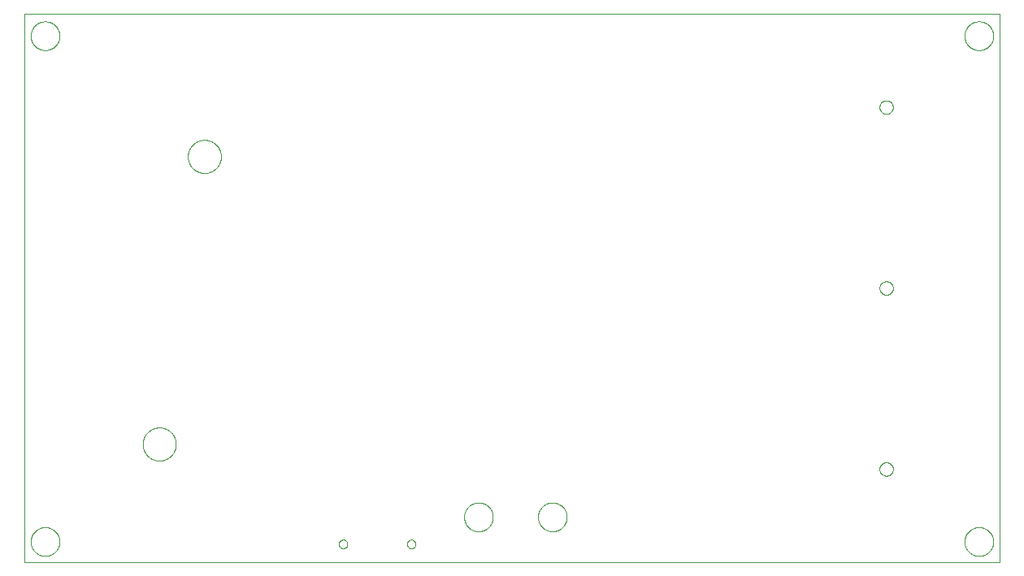
<source format=gko>
G75*
%MOIN*%
%OFA0B0*%
%FSLAX25Y25*%
%IPPOS*%
%LPD*%
%AMOC8*
5,1,8,0,0,1.08239X$1,22.5*
%
%ADD10C,0.00000*%
D10*
X0001500Y0010897D02*
X0401500Y0010897D01*
X0401500Y0235897D01*
X0001500Y0235897D01*
X0001500Y0010897D01*
X0004094Y0019397D02*
X0004096Y0019550D01*
X0004102Y0019704D01*
X0004112Y0019857D01*
X0004126Y0020009D01*
X0004144Y0020162D01*
X0004166Y0020313D01*
X0004191Y0020464D01*
X0004221Y0020615D01*
X0004255Y0020765D01*
X0004292Y0020913D01*
X0004333Y0021061D01*
X0004378Y0021207D01*
X0004427Y0021353D01*
X0004480Y0021497D01*
X0004536Y0021639D01*
X0004596Y0021780D01*
X0004660Y0021920D01*
X0004727Y0022058D01*
X0004798Y0022194D01*
X0004873Y0022328D01*
X0004950Y0022460D01*
X0005032Y0022590D01*
X0005116Y0022718D01*
X0005204Y0022844D01*
X0005295Y0022967D01*
X0005389Y0023088D01*
X0005487Y0023206D01*
X0005587Y0023322D01*
X0005691Y0023435D01*
X0005797Y0023546D01*
X0005906Y0023654D01*
X0006018Y0023759D01*
X0006132Y0023860D01*
X0006250Y0023959D01*
X0006369Y0024055D01*
X0006491Y0024148D01*
X0006616Y0024237D01*
X0006743Y0024324D01*
X0006872Y0024406D01*
X0007003Y0024486D01*
X0007136Y0024562D01*
X0007271Y0024635D01*
X0007408Y0024704D01*
X0007547Y0024769D01*
X0007687Y0024831D01*
X0007829Y0024889D01*
X0007972Y0024944D01*
X0008117Y0024995D01*
X0008263Y0025042D01*
X0008410Y0025085D01*
X0008558Y0025124D01*
X0008707Y0025160D01*
X0008857Y0025191D01*
X0009008Y0025219D01*
X0009159Y0025243D01*
X0009312Y0025263D01*
X0009464Y0025279D01*
X0009617Y0025291D01*
X0009770Y0025299D01*
X0009923Y0025303D01*
X0010077Y0025303D01*
X0010230Y0025299D01*
X0010383Y0025291D01*
X0010536Y0025279D01*
X0010688Y0025263D01*
X0010841Y0025243D01*
X0010992Y0025219D01*
X0011143Y0025191D01*
X0011293Y0025160D01*
X0011442Y0025124D01*
X0011590Y0025085D01*
X0011737Y0025042D01*
X0011883Y0024995D01*
X0012028Y0024944D01*
X0012171Y0024889D01*
X0012313Y0024831D01*
X0012453Y0024769D01*
X0012592Y0024704D01*
X0012729Y0024635D01*
X0012864Y0024562D01*
X0012997Y0024486D01*
X0013128Y0024406D01*
X0013257Y0024324D01*
X0013384Y0024237D01*
X0013509Y0024148D01*
X0013631Y0024055D01*
X0013750Y0023959D01*
X0013868Y0023860D01*
X0013982Y0023759D01*
X0014094Y0023654D01*
X0014203Y0023546D01*
X0014309Y0023435D01*
X0014413Y0023322D01*
X0014513Y0023206D01*
X0014611Y0023088D01*
X0014705Y0022967D01*
X0014796Y0022844D01*
X0014884Y0022718D01*
X0014968Y0022590D01*
X0015050Y0022460D01*
X0015127Y0022328D01*
X0015202Y0022194D01*
X0015273Y0022058D01*
X0015340Y0021920D01*
X0015404Y0021780D01*
X0015464Y0021639D01*
X0015520Y0021497D01*
X0015573Y0021353D01*
X0015622Y0021207D01*
X0015667Y0021061D01*
X0015708Y0020913D01*
X0015745Y0020765D01*
X0015779Y0020615D01*
X0015809Y0020464D01*
X0015834Y0020313D01*
X0015856Y0020162D01*
X0015874Y0020009D01*
X0015888Y0019857D01*
X0015898Y0019704D01*
X0015904Y0019550D01*
X0015906Y0019397D01*
X0015904Y0019244D01*
X0015898Y0019090D01*
X0015888Y0018937D01*
X0015874Y0018785D01*
X0015856Y0018632D01*
X0015834Y0018481D01*
X0015809Y0018330D01*
X0015779Y0018179D01*
X0015745Y0018029D01*
X0015708Y0017881D01*
X0015667Y0017733D01*
X0015622Y0017587D01*
X0015573Y0017441D01*
X0015520Y0017297D01*
X0015464Y0017155D01*
X0015404Y0017014D01*
X0015340Y0016874D01*
X0015273Y0016736D01*
X0015202Y0016600D01*
X0015127Y0016466D01*
X0015050Y0016334D01*
X0014968Y0016204D01*
X0014884Y0016076D01*
X0014796Y0015950D01*
X0014705Y0015827D01*
X0014611Y0015706D01*
X0014513Y0015588D01*
X0014413Y0015472D01*
X0014309Y0015359D01*
X0014203Y0015248D01*
X0014094Y0015140D01*
X0013982Y0015035D01*
X0013868Y0014934D01*
X0013750Y0014835D01*
X0013631Y0014739D01*
X0013509Y0014646D01*
X0013384Y0014557D01*
X0013257Y0014470D01*
X0013128Y0014388D01*
X0012997Y0014308D01*
X0012864Y0014232D01*
X0012729Y0014159D01*
X0012592Y0014090D01*
X0012453Y0014025D01*
X0012313Y0013963D01*
X0012171Y0013905D01*
X0012028Y0013850D01*
X0011883Y0013799D01*
X0011737Y0013752D01*
X0011590Y0013709D01*
X0011442Y0013670D01*
X0011293Y0013634D01*
X0011143Y0013603D01*
X0010992Y0013575D01*
X0010841Y0013551D01*
X0010688Y0013531D01*
X0010536Y0013515D01*
X0010383Y0013503D01*
X0010230Y0013495D01*
X0010077Y0013491D01*
X0009923Y0013491D01*
X0009770Y0013495D01*
X0009617Y0013503D01*
X0009464Y0013515D01*
X0009312Y0013531D01*
X0009159Y0013551D01*
X0009008Y0013575D01*
X0008857Y0013603D01*
X0008707Y0013634D01*
X0008558Y0013670D01*
X0008410Y0013709D01*
X0008263Y0013752D01*
X0008117Y0013799D01*
X0007972Y0013850D01*
X0007829Y0013905D01*
X0007687Y0013963D01*
X0007547Y0014025D01*
X0007408Y0014090D01*
X0007271Y0014159D01*
X0007136Y0014232D01*
X0007003Y0014308D01*
X0006872Y0014388D01*
X0006743Y0014470D01*
X0006616Y0014557D01*
X0006491Y0014646D01*
X0006369Y0014739D01*
X0006250Y0014835D01*
X0006132Y0014934D01*
X0006018Y0015035D01*
X0005906Y0015140D01*
X0005797Y0015248D01*
X0005691Y0015359D01*
X0005587Y0015472D01*
X0005487Y0015588D01*
X0005389Y0015706D01*
X0005295Y0015827D01*
X0005204Y0015950D01*
X0005116Y0016076D01*
X0005032Y0016204D01*
X0004950Y0016334D01*
X0004873Y0016466D01*
X0004798Y0016600D01*
X0004727Y0016736D01*
X0004660Y0016874D01*
X0004596Y0017014D01*
X0004536Y0017155D01*
X0004480Y0017297D01*
X0004427Y0017441D01*
X0004378Y0017587D01*
X0004333Y0017733D01*
X0004292Y0017881D01*
X0004255Y0018029D01*
X0004221Y0018179D01*
X0004191Y0018330D01*
X0004166Y0018481D01*
X0004144Y0018632D01*
X0004126Y0018785D01*
X0004112Y0018937D01*
X0004102Y0019090D01*
X0004096Y0019244D01*
X0004094Y0019397D01*
X0050050Y0059397D02*
X0050052Y0059564D01*
X0050058Y0059731D01*
X0050068Y0059897D01*
X0050083Y0060064D01*
X0050101Y0060229D01*
X0050124Y0060395D01*
X0050150Y0060560D01*
X0050181Y0060724D01*
X0050215Y0060887D01*
X0050254Y0061049D01*
X0050296Y0061211D01*
X0050343Y0061371D01*
X0050393Y0061530D01*
X0050448Y0061688D01*
X0050506Y0061844D01*
X0050568Y0061999D01*
X0050633Y0062153D01*
X0050703Y0062304D01*
X0050776Y0062454D01*
X0050853Y0062602D01*
X0050933Y0062749D01*
X0051017Y0062893D01*
X0051105Y0063035D01*
X0051196Y0063175D01*
X0051290Y0063312D01*
X0051388Y0063448D01*
X0051489Y0063581D01*
X0051594Y0063711D01*
X0051701Y0063839D01*
X0051812Y0063964D01*
X0051925Y0064086D01*
X0052042Y0064205D01*
X0052161Y0064322D01*
X0052283Y0064435D01*
X0052408Y0064546D01*
X0052536Y0064653D01*
X0052666Y0064758D01*
X0052799Y0064859D01*
X0052935Y0064957D01*
X0053072Y0065051D01*
X0053212Y0065142D01*
X0053354Y0065230D01*
X0053498Y0065314D01*
X0053645Y0065394D01*
X0053793Y0065471D01*
X0053943Y0065544D01*
X0054094Y0065614D01*
X0054248Y0065679D01*
X0054403Y0065741D01*
X0054559Y0065799D01*
X0054717Y0065854D01*
X0054876Y0065904D01*
X0055036Y0065951D01*
X0055198Y0065993D01*
X0055360Y0066032D01*
X0055523Y0066066D01*
X0055687Y0066097D01*
X0055852Y0066123D01*
X0056018Y0066146D01*
X0056183Y0066164D01*
X0056350Y0066179D01*
X0056516Y0066189D01*
X0056683Y0066195D01*
X0056850Y0066197D01*
X0057017Y0066195D01*
X0057184Y0066189D01*
X0057350Y0066179D01*
X0057517Y0066164D01*
X0057682Y0066146D01*
X0057848Y0066123D01*
X0058013Y0066097D01*
X0058177Y0066066D01*
X0058340Y0066032D01*
X0058502Y0065993D01*
X0058664Y0065951D01*
X0058824Y0065904D01*
X0058983Y0065854D01*
X0059141Y0065799D01*
X0059297Y0065741D01*
X0059452Y0065679D01*
X0059606Y0065614D01*
X0059757Y0065544D01*
X0059907Y0065471D01*
X0060055Y0065394D01*
X0060202Y0065314D01*
X0060346Y0065230D01*
X0060488Y0065142D01*
X0060628Y0065051D01*
X0060765Y0064957D01*
X0060901Y0064859D01*
X0061034Y0064758D01*
X0061164Y0064653D01*
X0061292Y0064546D01*
X0061417Y0064435D01*
X0061539Y0064322D01*
X0061658Y0064205D01*
X0061775Y0064086D01*
X0061888Y0063964D01*
X0061999Y0063839D01*
X0062106Y0063711D01*
X0062211Y0063581D01*
X0062312Y0063448D01*
X0062410Y0063312D01*
X0062504Y0063175D01*
X0062595Y0063035D01*
X0062683Y0062893D01*
X0062767Y0062749D01*
X0062847Y0062602D01*
X0062924Y0062454D01*
X0062997Y0062304D01*
X0063067Y0062153D01*
X0063132Y0061999D01*
X0063194Y0061844D01*
X0063252Y0061688D01*
X0063307Y0061530D01*
X0063357Y0061371D01*
X0063404Y0061211D01*
X0063446Y0061049D01*
X0063485Y0060887D01*
X0063519Y0060724D01*
X0063550Y0060560D01*
X0063576Y0060395D01*
X0063599Y0060229D01*
X0063617Y0060064D01*
X0063632Y0059897D01*
X0063642Y0059731D01*
X0063648Y0059564D01*
X0063650Y0059397D01*
X0063648Y0059230D01*
X0063642Y0059063D01*
X0063632Y0058897D01*
X0063617Y0058730D01*
X0063599Y0058565D01*
X0063576Y0058399D01*
X0063550Y0058234D01*
X0063519Y0058070D01*
X0063485Y0057907D01*
X0063446Y0057745D01*
X0063404Y0057583D01*
X0063357Y0057423D01*
X0063307Y0057264D01*
X0063252Y0057106D01*
X0063194Y0056950D01*
X0063132Y0056795D01*
X0063067Y0056641D01*
X0062997Y0056490D01*
X0062924Y0056340D01*
X0062847Y0056192D01*
X0062767Y0056045D01*
X0062683Y0055901D01*
X0062595Y0055759D01*
X0062504Y0055619D01*
X0062410Y0055482D01*
X0062312Y0055346D01*
X0062211Y0055213D01*
X0062106Y0055083D01*
X0061999Y0054955D01*
X0061888Y0054830D01*
X0061775Y0054708D01*
X0061658Y0054589D01*
X0061539Y0054472D01*
X0061417Y0054359D01*
X0061292Y0054248D01*
X0061164Y0054141D01*
X0061034Y0054036D01*
X0060901Y0053935D01*
X0060765Y0053837D01*
X0060628Y0053743D01*
X0060488Y0053652D01*
X0060346Y0053564D01*
X0060202Y0053480D01*
X0060055Y0053400D01*
X0059907Y0053323D01*
X0059757Y0053250D01*
X0059606Y0053180D01*
X0059452Y0053115D01*
X0059297Y0053053D01*
X0059141Y0052995D01*
X0058983Y0052940D01*
X0058824Y0052890D01*
X0058664Y0052843D01*
X0058502Y0052801D01*
X0058340Y0052762D01*
X0058177Y0052728D01*
X0058013Y0052697D01*
X0057848Y0052671D01*
X0057682Y0052648D01*
X0057517Y0052630D01*
X0057350Y0052615D01*
X0057184Y0052605D01*
X0057017Y0052599D01*
X0056850Y0052597D01*
X0056683Y0052599D01*
X0056516Y0052605D01*
X0056350Y0052615D01*
X0056183Y0052630D01*
X0056018Y0052648D01*
X0055852Y0052671D01*
X0055687Y0052697D01*
X0055523Y0052728D01*
X0055360Y0052762D01*
X0055198Y0052801D01*
X0055036Y0052843D01*
X0054876Y0052890D01*
X0054717Y0052940D01*
X0054559Y0052995D01*
X0054403Y0053053D01*
X0054248Y0053115D01*
X0054094Y0053180D01*
X0053943Y0053250D01*
X0053793Y0053323D01*
X0053645Y0053400D01*
X0053498Y0053480D01*
X0053354Y0053564D01*
X0053212Y0053652D01*
X0053072Y0053743D01*
X0052935Y0053837D01*
X0052799Y0053935D01*
X0052666Y0054036D01*
X0052536Y0054141D01*
X0052408Y0054248D01*
X0052283Y0054359D01*
X0052161Y0054472D01*
X0052042Y0054589D01*
X0051925Y0054708D01*
X0051812Y0054830D01*
X0051701Y0054955D01*
X0051594Y0055083D01*
X0051489Y0055213D01*
X0051388Y0055346D01*
X0051290Y0055482D01*
X0051196Y0055619D01*
X0051105Y0055759D01*
X0051017Y0055901D01*
X0050933Y0056045D01*
X0050853Y0056192D01*
X0050776Y0056340D01*
X0050703Y0056490D01*
X0050633Y0056641D01*
X0050568Y0056795D01*
X0050506Y0056950D01*
X0050448Y0057106D01*
X0050393Y0057264D01*
X0050343Y0057423D01*
X0050296Y0057583D01*
X0050254Y0057745D01*
X0050215Y0057907D01*
X0050181Y0058070D01*
X0050150Y0058234D01*
X0050124Y0058399D01*
X0050101Y0058565D01*
X0050083Y0058730D01*
X0050068Y0058897D01*
X0050058Y0059063D01*
X0050052Y0059230D01*
X0050050Y0059397D01*
X0130452Y0018397D02*
X0130454Y0018481D01*
X0130460Y0018564D01*
X0130470Y0018647D01*
X0130484Y0018730D01*
X0130501Y0018812D01*
X0130523Y0018893D01*
X0130548Y0018972D01*
X0130577Y0019051D01*
X0130610Y0019128D01*
X0130646Y0019203D01*
X0130686Y0019277D01*
X0130729Y0019349D01*
X0130776Y0019418D01*
X0130826Y0019485D01*
X0130879Y0019550D01*
X0130935Y0019612D01*
X0130993Y0019672D01*
X0131055Y0019729D01*
X0131119Y0019782D01*
X0131186Y0019833D01*
X0131255Y0019880D01*
X0131326Y0019925D01*
X0131399Y0019965D01*
X0131474Y0020002D01*
X0131551Y0020036D01*
X0131629Y0020066D01*
X0131708Y0020092D01*
X0131789Y0020115D01*
X0131871Y0020133D01*
X0131953Y0020148D01*
X0132036Y0020159D01*
X0132119Y0020166D01*
X0132203Y0020169D01*
X0132287Y0020168D01*
X0132370Y0020163D01*
X0132454Y0020154D01*
X0132536Y0020141D01*
X0132618Y0020125D01*
X0132699Y0020104D01*
X0132780Y0020080D01*
X0132858Y0020052D01*
X0132936Y0020020D01*
X0133012Y0019984D01*
X0133086Y0019945D01*
X0133158Y0019903D01*
X0133228Y0019857D01*
X0133296Y0019808D01*
X0133361Y0019756D01*
X0133424Y0019701D01*
X0133484Y0019643D01*
X0133542Y0019582D01*
X0133596Y0019518D01*
X0133648Y0019452D01*
X0133696Y0019384D01*
X0133741Y0019313D01*
X0133782Y0019240D01*
X0133821Y0019166D01*
X0133855Y0019090D01*
X0133886Y0019012D01*
X0133913Y0018933D01*
X0133937Y0018852D01*
X0133956Y0018771D01*
X0133972Y0018689D01*
X0133984Y0018606D01*
X0133992Y0018522D01*
X0133996Y0018439D01*
X0133996Y0018355D01*
X0133992Y0018272D01*
X0133984Y0018188D01*
X0133972Y0018105D01*
X0133956Y0018023D01*
X0133937Y0017942D01*
X0133913Y0017861D01*
X0133886Y0017782D01*
X0133855Y0017704D01*
X0133821Y0017628D01*
X0133782Y0017554D01*
X0133741Y0017481D01*
X0133696Y0017410D01*
X0133648Y0017342D01*
X0133596Y0017276D01*
X0133542Y0017212D01*
X0133484Y0017151D01*
X0133424Y0017093D01*
X0133361Y0017038D01*
X0133296Y0016986D01*
X0133228Y0016937D01*
X0133158Y0016891D01*
X0133086Y0016849D01*
X0133012Y0016810D01*
X0132936Y0016774D01*
X0132858Y0016742D01*
X0132780Y0016714D01*
X0132699Y0016690D01*
X0132618Y0016669D01*
X0132536Y0016653D01*
X0132454Y0016640D01*
X0132370Y0016631D01*
X0132287Y0016626D01*
X0132203Y0016625D01*
X0132119Y0016628D01*
X0132036Y0016635D01*
X0131953Y0016646D01*
X0131871Y0016661D01*
X0131789Y0016679D01*
X0131708Y0016702D01*
X0131629Y0016728D01*
X0131551Y0016758D01*
X0131474Y0016792D01*
X0131399Y0016829D01*
X0131326Y0016869D01*
X0131255Y0016914D01*
X0131186Y0016961D01*
X0131119Y0017012D01*
X0131055Y0017065D01*
X0130993Y0017122D01*
X0130935Y0017182D01*
X0130879Y0017244D01*
X0130826Y0017309D01*
X0130776Y0017376D01*
X0130729Y0017445D01*
X0130686Y0017517D01*
X0130646Y0017591D01*
X0130610Y0017666D01*
X0130577Y0017743D01*
X0130548Y0017822D01*
X0130523Y0017901D01*
X0130501Y0017982D01*
X0130484Y0018064D01*
X0130470Y0018147D01*
X0130460Y0018230D01*
X0130454Y0018313D01*
X0130452Y0018397D01*
X0158404Y0018397D02*
X0158406Y0018481D01*
X0158412Y0018564D01*
X0158422Y0018647D01*
X0158436Y0018730D01*
X0158453Y0018812D01*
X0158475Y0018893D01*
X0158500Y0018972D01*
X0158529Y0019051D01*
X0158562Y0019128D01*
X0158598Y0019203D01*
X0158638Y0019277D01*
X0158681Y0019349D01*
X0158728Y0019418D01*
X0158778Y0019485D01*
X0158831Y0019550D01*
X0158887Y0019612D01*
X0158945Y0019672D01*
X0159007Y0019729D01*
X0159071Y0019782D01*
X0159138Y0019833D01*
X0159207Y0019880D01*
X0159278Y0019925D01*
X0159351Y0019965D01*
X0159426Y0020002D01*
X0159503Y0020036D01*
X0159581Y0020066D01*
X0159660Y0020092D01*
X0159741Y0020115D01*
X0159823Y0020133D01*
X0159905Y0020148D01*
X0159988Y0020159D01*
X0160071Y0020166D01*
X0160155Y0020169D01*
X0160239Y0020168D01*
X0160322Y0020163D01*
X0160406Y0020154D01*
X0160488Y0020141D01*
X0160570Y0020125D01*
X0160651Y0020104D01*
X0160732Y0020080D01*
X0160810Y0020052D01*
X0160888Y0020020D01*
X0160964Y0019984D01*
X0161038Y0019945D01*
X0161110Y0019903D01*
X0161180Y0019857D01*
X0161248Y0019808D01*
X0161313Y0019756D01*
X0161376Y0019701D01*
X0161436Y0019643D01*
X0161494Y0019582D01*
X0161548Y0019518D01*
X0161600Y0019452D01*
X0161648Y0019384D01*
X0161693Y0019313D01*
X0161734Y0019240D01*
X0161773Y0019166D01*
X0161807Y0019090D01*
X0161838Y0019012D01*
X0161865Y0018933D01*
X0161889Y0018852D01*
X0161908Y0018771D01*
X0161924Y0018689D01*
X0161936Y0018606D01*
X0161944Y0018522D01*
X0161948Y0018439D01*
X0161948Y0018355D01*
X0161944Y0018272D01*
X0161936Y0018188D01*
X0161924Y0018105D01*
X0161908Y0018023D01*
X0161889Y0017942D01*
X0161865Y0017861D01*
X0161838Y0017782D01*
X0161807Y0017704D01*
X0161773Y0017628D01*
X0161734Y0017554D01*
X0161693Y0017481D01*
X0161648Y0017410D01*
X0161600Y0017342D01*
X0161548Y0017276D01*
X0161494Y0017212D01*
X0161436Y0017151D01*
X0161376Y0017093D01*
X0161313Y0017038D01*
X0161248Y0016986D01*
X0161180Y0016937D01*
X0161110Y0016891D01*
X0161038Y0016849D01*
X0160964Y0016810D01*
X0160888Y0016774D01*
X0160810Y0016742D01*
X0160732Y0016714D01*
X0160651Y0016690D01*
X0160570Y0016669D01*
X0160488Y0016653D01*
X0160406Y0016640D01*
X0160322Y0016631D01*
X0160239Y0016626D01*
X0160155Y0016625D01*
X0160071Y0016628D01*
X0159988Y0016635D01*
X0159905Y0016646D01*
X0159823Y0016661D01*
X0159741Y0016679D01*
X0159660Y0016702D01*
X0159581Y0016728D01*
X0159503Y0016758D01*
X0159426Y0016792D01*
X0159351Y0016829D01*
X0159278Y0016869D01*
X0159207Y0016914D01*
X0159138Y0016961D01*
X0159071Y0017012D01*
X0159007Y0017065D01*
X0158945Y0017122D01*
X0158887Y0017182D01*
X0158831Y0017244D01*
X0158778Y0017309D01*
X0158728Y0017376D01*
X0158681Y0017445D01*
X0158638Y0017517D01*
X0158598Y0017591D01*
X0158562Y0017666D01*
X0158529Y0017743D01*
X0158500Y0017822D01*
X0158475Y0017901D01*
X0158453Y0017982D01*
X0158436Y0018064D01*
X0158422Y0018147D01*
X0158412Y0018230D01*
X0158406Y0018313D01*
X0158404Y0018397D01*
X0181837Y0029497D02*
X0181839Y0029650D01*
X0181845Y0029804D01*
X0181855Y0029957D01*
X0181869Y0030109D01*
X0181887Y0030262D01*
X0181909Y0030413D01*
X0181934Y0030564D01*
X0181964Y0030715D01*
X0181998Y0030865D01*
X0182035Y0031013D01*
X0182076Y0031161D01*
X0182121Y0031307D01*
X0182170Y0031453D01*
X0182223Y0031597D01*
X0182279Y0031739D01*
X0182339Y0031880D01*
X0182403Y0032020D01*
X0182470Y0032158D01*
X0182541Y0032294D01*
X0182616Y0032428D01*
X0182693Y0032560D01*
X0182775Y0032690D01*
X0182859Y0032818D01*
X0182947Y0032944D01*
X0183038Y0033067D01*
X0183132Y0033188D01*
X0183230Y0033306D01*
X0183330Y0033422D01*
X0183434Y0033535D01*
X0183540Y0033646D01*
X0183649Y0033754D01*
X0183761Y0033859D01*
X0183875Y0033960D01*
X0183993Y0034059D01*
X0184112Y0034155D01*
X0184234Y0034248D01*
X0184359Y0034337D01*
X0184486Y0034424D01*
X0184615Y0034506D01*
X0184746Y0034586D01*
X0184879Y0034662D01*
X0185014Y0034735D01*
X0185151Y0034804D01*
X0185290Y0034869D01*
X0185430Y0034931D01*
X0185572Y0034989D01*
X0185715Y0035044D01*
X0185860Y0035095D01*
X0186006Y0035142D01*
X0186153Y0035185D01*
X0186301Y0035224D01*
X0186450Y0035260D01*
X0186600Y0035291D01*
X0186751Y0035319D01*
X0186902Y0035343D01*
X0187055Y0035363D01*
X0187207Y0035379D01*
X0187360Y0035391D01*
X0187513Y0035399D01*
X0187666Y0035403D01*
X0187820Y0035403D01*
X0187973Y0035399D01*
X0188126Y0035391D01*
X0188279Y0035379D01*
X0188431Y0035363D01*
X0188584Y0035343D01*
X0188735Y0035319D01*
X0188886Y0035291D01*
X0189036Y0035260D01*
X0189185Y0035224D01*
X0189333Y0035185D01*
X0189480Y0035142D01*
X0189626Y0035095D01*
X0189771Y0035044D01*
X0189914Y0034989D01*
X0190056Y0034931D01*
X0190196Y0034869D01*
X0190335Y0034804D01*
X0190472Y0034735D01*
X0190607Y0034662D01*
X0190740Y0034586D01*
X0190871Y0034506D01*
X0191000Y0034424D01*
X0191127Y0034337D01*
X0191252Y0034248D01*
X0191374Y0034155D01*
X0191493Y0034059D01*
X0191611Y0033960D01*
X0191725Y0033859D01*
X0191837Y0033754D01*
X0191946Y0033646D01*
X0192052Y0033535D01*
X0192156Y0033422D01*
X0192256Y0033306D01*
X0192354Y0033188D01*
X0192448Y0033067D01*
X0192539Y0032944D01*
X0192627Y0032818D01*
X0192711Y0032690D01*
X0192793Y0032560D01*
X0192870Y0032428D01*
X0192945Y0032294D01*
X0193016Y0032158D01*
X0193083Y0032020D01*
X0193147Y0031880D01*
X0193207Y0031739D01*
X0193263Y0031597D01*
X0193316Y0031453D01*
X0193365Y0031307D01*
X0193410Y0031161D01*
X0193451Y0031013D01*
X0193488Y0030865D01*
X0193522Y0030715D01*
X0193552Y0030564D01*
X0193577Y0030413D01*
X0193599Y0030262D01*
X0193617Y0030109D01*
X0193631Y0029957D01*
X0193641Y0029804D01*
X0193647Y0029650D01*
X0193649Y0029497D01*
X0193647Y0029344D01*
X0193641Y0029190D01*
X0193631Y0029037D01*
X0193617Y0028885D01*
X0193599Y0028732D01*
X0193577Y0028581D01*
X0193552Y0028430D01*
X0193522Y0028279D01*
X0193488Y0028129D01*
X0193451Y0027981D01*
X0193410Y0027833D01*
X0193365Y0027687D01*
X0193316Y0027541D01*
X0193263Y0027397D01*
X0193207Y0027255D01*
X0193147Y0027114D01*
X0193083Y0026974D01*
X0193016Y0026836D01*
X0192945Y0026700D01*
X0192870Y0026566D01*
X0192793Y0026434D01*
X0192711Y0026304D01*
X0192627Y0026176D01*
X0192539Y0026050D01*
X0192448Y0025927D01*
X0192354Y0025806D01*
X0192256Y0025688D01*
X0192156Y0025572D01*
X0192052Y0025459D01*
X0191946Y0025348D01*
X0191837Y0025240D01*
X0191725Y0025135D01*
X0191611Y0025034D01*
X0191493Y0024935D01*
X0191374Y0024839D01*
X0191252Y0024746D01*
X0191127Y0024657D01*
X0191000Y0024570D01*
X0190871Y0024488D01*
X0190740Y0024408D01*
X0190607Y0024332D01*
X0190472Y0024259D01*
X0190335Y0024190D01*
X0190196Y0024125D01*
X0190056Y0024063D01*
X0189914Y0024005D01*
X0189771Y0023950D01*
X0189626Y0023899D01*
X0189480Y0023852D01*
X0189333Y0023809D01*
X0189185Y0023770D01*
X0189036Y0023734D01*
X0188886Y0023703D01*
X0188735Y0023675D01*
X0188584Y0023651D01*
X0188431Y0023631D01*
X0188279Y0023615D01*
X0188126Y0023603D01*
X0187973Y0023595D01*
X0187820Y0023591D01*
X0187666Y0023591D01*
X0187513Y0023595D01*
X0187360Y0023603D01*
X0187207Y0023615D01*
X0187055Y0023631D01*
X0186902Y0023651D01*
X0186751Y0023675D01*
X0186600Y0023703D01*
X0186450Y0023734D01*
X0186301Y0023770D01*
X0186153Y0023809D01*
X0186006Y0023852D01*
X0185860Y0023899D01*
X0185715Y0023950D01*
X0185572Y0024005D01*
X0185430Y0024063D01*
X0185290Y0024125D01*
X0185151Y0024190D01*
X0185014Y0024259D01*
X0184879Y0024332D01*
X0184746Y0024408D01*
X0184615Y0024488D01*
X0184486Y0024570D01*
X0184359Y0024657D01*
X0184234Y0024746D01*
X0184112Y0024839D01*
X0183993Y0024935D01*
X0183875Y0025034D01*
X0183761Y0025135D01*
X0183649Y0025240D01*
X0183540Y0025348D01*
X0183434Y0025459D01*
X0183330Y0025572D01*
X0183230Y0025688D01*
X0183132Y0025806D01*
X0183038Y0025927D01*
X0182947Y0026050D01*
X0182859Y0026176D01*
X0182775Y0026304D01*
X0182693Y0026434D01*
X0182616Y0026566D01*
X0182541Y0026700D01*
X0182470Y0026836D01*
X0182403Y0026974D01*
X0182339Y0027114D01*
X0182279Y0027255D01*
X0182223Y0027397D01*
X0182170Y0027541D01*
X0182121Y0027687D01*
X0182076Y0027833D01*
X0182035Y0027981D01*
X0181998Y0028129D01*
X0181964Y0028279D01*
X0181934Y0028430D01*
X0181909Y0028581D01*
X0181887Y0028732D01*
X0181869Y0028885D01*
X0181855Y0029037D01*
X0181845Y0029190D01*
X0181839Y0029344D01*
X0181837Y0029497D01*
X0212151Y0029497D02*
X0212153Y0029650D01*
X0212159Y0029804D01*
X0212169Y0029957D01*
X0212183Y0030109D01*
X0212201Y0030262D01*
X0212223Y0030413D01*
X0212248Y0030564D01*
X0212278Y0030715D01*
X0212312Y0030865D01*
X0212349Y0031013D01*
X0212390Y0031161D01*
X0212435Y0031307D01*
X0212484Y0031453D01*
X0212537Y0031597D01*
X0212593Y0031739D01*
X0212653Y0031880D01*
X0212717Y0032020D01*
X0212784Y0032158D01*
X0212855Y0032294D01*
X0212930Y0032428D01*
X0213007Y0032560D01*
X0213089Y0032690D01*
X0213173Y0032818D01*
X0213261Y0032944D01*
X0213352Y0033067D01*
X0213446Y0033188D01*
X0213544Y0033306D01*
X0213644Y0033422D01*
X0213748Y0033535D01*
X0213854Y0033646D01*
X0213963Y0033754D01*
X0214075Y0033859D01*
X0214189Y0033960D01*
X0214307Y0034059D01*
X0214426Y0034155D01*
X0214548Y0034248D01*
X0214673Y0034337D01*
X0214800Y0034424D01*
X0214929Y0034506D01*
X0215060Y0034586D01*
X0215193Y0034662D01*
X0215328Y0034735D01*
X0215465Y0034804D01*
X0215604Y0034869D01*
X0215744Y0034931D01*
X0215886Y0034989D01*
X0216029Y0035044D01*
X0216174Y0035095D01*
X0216320Y0035142D01*
X0216467Y0035185D01*
X0216615Y0035224D01*
X0216764Y0035260D01*
X0216914Y0035291D01*
X0217065Y0035319D01*
X0217216Y0035343D01*
X0217369Y0035363D01*
X0217521Y0035379D01*
X0217674Y0035391D01*
X0217827Y0035399D01*
X0217980Y0035403D01*
X0218134Y0035403D01*
X0218287Y0035399D01*
X0218440Y0035391D01*
X0218593Y0035379D01*
X0218745Y0035363D01*
X0218898Y0035343D01*
X0219049Y0035319D01*
X0219200Y0035291D01*
X0219350Y0035260D01*
X0219499Y0035224D01*
X0219647Y0035185D01*
X0219794Y0035142D01*
X0219940Y0035095D01*
X0220085Y0035044D01*
X0220228Y0034989D01*
X0220370Y0034931D01*
X0220510Y0034869D01*
X0220649Y0034804D01*
X0220786Y0034735D01*
X0220921Y0034662D01*
X0221054Y0034586D01*
X0221185Y0034506D01*
X0221314Y0034424D01*
X0221441Y0034337D01*
X0221566Y0034248D01*
X0221688Y0034155D01*
X0221807Y0034059D01*
X0221925Y0033960D01*
X0222039Y0033859D01*
X0222151Y0033754D01*
X0222260Y0033646D01*
X0222366Y0033535D01*
X0222470Y0033422D01*
X0222570Y0033306D01*
X0222668Y0033188D01*
X0222762Y0033067D01*
X0222853Y0032944D01*
X0222941Y0032818D01*
X0223025Y0032690D01*
X0223107Y0032560D01*
X0223184Y0032428D01*
X0223259Y0032294D01*
X0223330Y0032158D01*
X0223397Y0032020D01*
X0223461Y0031880D01*
X0223521Y0031739D01*
X0223577Y0031597D01*
X0223630Y0031453D01*
X0223679Y0031307D01*
X0223724Y0031161D01*
X0223765Y0031013D01*
X0223802Y0030865D01*
X0223836Y0030715D01*
X0223866Y0030564D01*
X0223891Y0030413D01*
X0223913Y0030262D01*
X0223931Y0030109D01*
X0223945Y0029957D01*
X0223955Y0029804D01*
X0223961Y0029650D01*
X0223963Y0029497D01*
X0223961Y0029344D01*
X0223955Y0029190D01*
X0223945Y0029037D01*
X0223931Y0028885D01*
X0223913Y0028732D01*
X0223891Y0028581D01*
X0223866Y0028430D01*
X0223836Y0028279D01*
X0223802Y0028129D01*
X0223765Y0027981D01*
X0223724Y0027833D01*
X0223679Y0027687D01*
X0223630Y0027541D01*
X0223577Y0027397D01*
X0223521Y0027255D01*
X0223461Y0027114D01*
X0223397Y0026974D01*
X0223330Y0026836D01*
X0223259Y0026700D01*
X0223184Y0026566D01*
X0223107Y0026434D01*
X0223025Y0026304D01*
X0222941Y0026176D01*
X0222853Y0026050D01*
X0222762Y0025927D01*
X0222668Y0025806D01*
X0222570Y0025688D01*
X0222470Y0025572D01*
X0222366Y0025459D01*
X0222260Y0025348D01*
X0222151Y0025240D01*
X0222039Y0025135D01*
X0221925Y0025034D01*
X0221807Y0024935D01*
X0221688Y0024839D01*
X0221566Y0024746D01*
X0221441Y0024657D01*
X0221314Y0024570D01*
X0221185Y0024488D01*
X0221054Y0024408D01*
X0220921Y0024332D01*
X0220786Y0024259D01*
X0220649Y0024190D01*
X0220510Y0024125D01*
X0220370Y0024063D01*
X0220228Y0024005D01*
X0220085Y0023950D01*
X0219940Y0023899D01*
X0219794Y0023852D01*
X0219647Y0023809D01*
X0219499Y0023770D01*
X0219350Y0023734D01*
X0219200Y0023703D01*
X0219049Y0023675D01*
X0218898Y0023651D01*
X0218745Y0023631D01*
X0218593Y0023615D01*
X0218440Y0023603D01*
X0218287Y0023595D01*
X0218134Y0023591D01*
X0217980Y0023591D01*
X0217827Y0023595D01*
X0217674Y0023603D01*
X0217521Y0023615D01*
X0217369Y0023631D01*
X0217216Y0023651D01*
X0217065Y0023675D01*
X0216914Y0023703D01*
X0216764Y0023734D01*
X0216615Y0023770D01*
X0216467Y0023809D01*
X0216320Y0023852D01*
X0216174Y0023899D01*
X0216029Y0023950D01*
X0215886Y0024005D01*
X0215744Y0024063D01*
X0215604Y0024125D01*
X0215465Y0024190D01*
X0215328Y0024259D01*
X0215193Y0024332D01*
X0215060Y0024408D01*
X0214929Y0024488D01*
X0214800Y0024570D01*
X0214673Y0024657D01*
X0214548Y0024746D01*
X0214426Y0024839D01*
X0214307Y0024935D01*
X0214189Y0025034D01*
X0214075Y0025135D01*
X0213963Y0025240D01*
X0213854Y0025348D01*
X0213748Y0025459D01*
X0213644Y0025572D01*
X0213544Y0025688D01*
X0213446Y0025806D01*
X0213352Y0025927D01*
X0213261Y0026050D01*
X0213173Y0026176D01*
X0213089Y0026304D01*
X0213007Y0026434D01*
X0212930Y0026566D01*
X0212855Y0026700D01*
X0212784Y0026836D01*
X0212717Y0026974D01*
X0212653Y0027114D01*
X0212593Y0027255D01*
X0212537Y0027397D01*
X0212484Y0027541D01*
X0212435Y0027687D01*
X0212390Y0027833D01*
X0212349Y0027981D01*
X0212312Y0028129D01*
X0212278Y0028279D01*
X0212248Y0028430D01*
X0212223Y0028581D01*
X0212201Y0028732D01*
X0212183Y0028885D01*
X0212169Y0029037D01*
X0212159Y0029190D01*
X0212153Y0029344D01*
X0212151Y0029497D01*
X0352244Y0049147D02*
X0352246Y0049252D01*
X0352252Y0049357D01*
X0352262Y0049461D01*
X0352276Y0049565D01*
X0352294Y0049669D01*
X0352316Y0049771D01*
X0352341Y0049873D01*
X0352371Y0049974D01*
X0352404Y0050073D01*
X0352441Y0050171D01*
X0352482Y0050268D01*
X0352527Y0050363D01*
X0352575Y0050456D01*
X0352626Y0050548D01*
X0352682Y0050637D01*
X0352740Y0050724D01*
X0352802Y0050809D01*
X0352866Y0050892D01*
X0352934Y0050972D01*
X0353005Y0051049D01*
X0353079Y0051123D01*
X0353156Y0051195D01*
X0353235Y0051264D01*
X0353317Y0051329D01*
X0353401Y0051392D01*
X0353488Y0051451D01*
X0353577Y0051507D01*
X0353668Y0051560D01*
X0353761Y0051609D01*
X0353855Y0051654D01*
X0353951Y0051696D01*
X0354049Y0051734D01*
X0354148Y0051768D01*
X0354249Y0051799D01*
X0354350Y0051825D01*
X0354453Y0051848D01*
X0354556Y0051867D01*
X0354660Y0051882D01*
X0354764Y0051893D01*
X0354869Y0051900D01*
X0354974Y0051903D01*
X0355079Y0051902D01*
X0355184Y0051897D01*
X0355288Y0051888D01*
X0355392Y0051875D01*
X0355496Y0051858D01*
X0355599Y0051837D01*
X0355701Y0051812D01*
X0355802Y0051784D01*
X0355901Y0051751D01*
X0356000Y0051715D01*
X0356097Y0051675D01*
X0356192Y0051632D01*
X0356286Y0051584D01*
X0356378Y0051534D01*
X0356468Y0051480D01*
X0356556Y0051422D01*
X0356641Y0051361D01*
X0356724Y0051297D01*
X0356805Y0051230D01*
X0356883Y0051160D01*
X0356958Y0051086D01*
X0357030Y0051011D01*
X0357100Y0050932D01*
X0357166Y0050851D01*
X0357230Y0050767D01*
X0357290Y0050681D01*
X0357346Y0050593D01*
X0357400Y0050502D01*
X0357450Y0050410D01*
X0357496Y0050316D01*
X0357539Y0050220D01*
X0357578Y0050122D01*
X0357613Y0050024D01*
X0357644Y0049923D01*
X0357672Y0049822D01*
X0357696Y0049720D01*
X0357716Y0049617D01*
X0357732Y0049513D01*
X0357744Y0049409D01*
X0357752Y0049304D01*
X0357756Y0049199D01*
X0357756Y0049095D01*
X0357752Y0048990D01*
X0357744Y0048885D01*
X0357732Y0048781D01*
X0357716Y0048677D01*
X0357696Y0048574D01*
X0357672Y0048472D01*
X0357644Y0048371D01*
X0357613Y0048270D01*
X0357578Y0048172D01*
X0357539Y0048074D01*
X0357496Y0047978D01*
X0357450Y0047884D01*
X0357400Y0047792D01*
X0357346Y0047701D01*
X0357290Y0047613D01*
X0357230Y0047527D01*
X0357166Y0047443D01*
X0357100Y0047362D01*
X0357030Y0047283D01*
X0356958Y0047208D01*
X0356883Y0047134D01*
X0356805Y0047064D01*
X0356724Y0046997D01*
X0356641Y0046933D01*
X0356556Y0046872D01*
X0356468Y0046814D01*
X0356378Y0046760D01*
X0356286Y0046710D01*
X0356192Y0046662D01*
X0356097Y0046619D01*
X0356000Y0046579D01*
X0355901Y0046543D01*
X0355802Y0046510D01*
X0355701Y0046482D01*
X0355599Y0046457D01*
X0355496Y0046436D01*
X0355392Y0046419D01*
X0355288Y0046406D01*
X0355184Y0046397D01*
X0355079Y0046392D01*
X0354974Y0046391D01*
X0354869Y0046394D01*
X0354764Y0046401D01*
X0354660Y0046412D01*
X0354556Y0046427D01*
X0354453Y0046446D01*
X0354350Y0046469D01*
X0354249Y0046495D01*
X0354148Y0046526D01*
X0354049Y0046560D01*
X0353951Y0046598D01*
X0353855Y0046640D01*
X0353761Y0046685D01*
X0353668Y0046734D01*
X0353577Y0046787D01*
X0353488Y0046843D01*
X0353401Y0046902D01*
X0353317Y0046965D01*
X0353235Y0047030D01*
X0353156Y0047099D01*
X0353079Y0047171D01*
X0353005Y0047245D01*
X0352934Y0047322D01*
X0352866Y0047402D01*
X0352802Y0047485D01*
X0352740Y0047570D01*
X0352682Y0047657D01*
X0352626Y0047746D01*
X0352575Y0047838D01*
X0352527Y0047931D01*
X0352482Y0048026D01*
X0352441Y0048123D01*
X0352404Y0048221D01*
X0352371Y0048320D01*
X0352341Y0048421D01*
X0352316Y0048523D01*
X0352294Y0048625D01*
X0352276Y0048729D01*
X0352262Y0048833D01*
X0352252Y0048937D01*
X0352246Y0049042D01*
X0352244Y0049147D01*
X0387094Y0019397D02*
X0387096Y0019550D01*
X0387102Y0019704D01*
X0387112Y0019857D01*
X0387126Y0020009D01*
X0387144Y0020162D01*
X0387166Y0020313D01*
X0387191Y0020464D01*
X0387221Y0020615D01*
X0387255Y0020765D01*
X0387292Y0020913D01*
X0387333Y0021061D01*
X0387378Y0021207D01*
X0387427Y0021353D01*
X0387480Y0021497D01*
X0387536Y0021639D01*
X0387596Y0021780D01*
X0387660Y0021920D01*
X0387727Y0022058D01*
X0387798Y0022194D01*
X0387873Y0022328D01*
X0387950Y0022460D01*
X0388032Y0022590D01*
X0388116Y0022718D01*
X0388204Y0022844D01*
X0388295Y0022967D01*
X0388389Y0023088D01*
X0388487Y0023206D01*
X0388587Y0023322D01*
X0388691Y0023435D01*
X0388797Y0023546D01*
X0388906Y0023654D01*
X0389018Y0023759D01*
X0389132Y0023860D01*
X0389250Y0023959D01*
X0389369Y0024055D01*
X0389491Y0024148D01*
X0389616Y0024237D01*
X0389743Y0024324D01*
X0389872Y0024406D01*
X0390003Y0024486D01*
X0390136Y0024562D01*
X0390271Y0024635D01*
X0390408Y0024704D01*
X0390547Y0024769D01*
X0390687Y0024831D01*
X0390829Y0024889D01*
X0390972Y0024944D01*
X0391117Y0024995D01*
X0391263Y0025042D01*
X0391410Y0025085D01*
X0391558Y0025124D01*
X0391707Y0025160D01*
X0391857Y0025191D01*
X0392008Y0025219D01*
X0392159Y0025243D01*
X0392312Y0025263D01*
X0392464Y0025279D01*
X0392617Y0025291D01*
X0392770Y0025299D01*
X0392923Y0025303D01*
X0393077Y0025303D01*
X0393230Y0025299D01*
X0393383Y0025291D01*
X0393536Y0025279D01*
X0393688Y0025263D01*
X0393841Y0025243D01*
X0393992Y0025219D01*
X0394143Y0025191D01*
X0394293Y0025160D01*
X0394442Y0025124D01*
X0394590Y0025085D01*
X0394737Y0025042D01*
X0394883Y0024995D01*
X0395028Y0024944D01*
X0395171Y0024889D01*
X0395313Y0024831D01*
X0395453Y0024769D01*
X0395592Y0024704D01*
X0395729Y0024635D01*
X0395864Y0024562D01*
X0395997Y0024486D01*
X0396128Y0024406D01*
X0396257Y0024324D01*
X0396384Y0024237D01*
X0396509Y0024148D01*
X0396631Y0024055D01*
X0396750Y0023959D01*
X0396868Y0023860D01*
X0396982Y0023759D01*
X0397094Y0023654D01*
X0397203Y0023546D01*
X0397309Y0023435D01*
X0397413Y0023322D01*
X0397513Y0023206D01*
X0397611Y0023088D01*
X0397705Y0022967D01*
X0397796Y0022844D01*
X0397884Y0022718D01*
X0397968Y0022590D01*
X0398050Y0022460D01*
X0398127Y0022328D01*
X0398202Y0022194D01*
X0398273Y0022058D01*
X0398340Y0021920D01*
X0398404Y0021780D01*
X0398464Y0021639D01*
X0398520Y0021497D01*
X0398573Y0021353D01*
X0398622Y0021207D01*
X0398667Y0021061D01*
X0398708Y0020913D01*
X0398745Y0020765D01*
X0398779Y0020615D01*
X0398809Y0020464D01*
X0398834Y0020313D01*
X0398856Y0020162D01*
X0398874Y0020009D01*
X0398888Y0019857D01*
X0398898Y0019704D01*
X0398904Y0019550D01*
X0398906Y0019397D01*
X0398904Y0019244D01*
X0398898Y0019090D01*
X0398888Y0018937D01*
X0398874Y0018785D01*
X0398856Y0018632D01*
X0398834Y0018481D01*
X0398809Y0018330D01*
X0398779Y0018179D01*
X0398745Y0018029D01*
X0398708Y0017881D01*
X0398667Y0017733D01*
X0398622Y0017587D01*
X0398573Y0017441D01*
X0398520Y0017297D01*
X0398464Y0017155D01*
X0398404Y0017014D01*
X0398340Y0016874D01*
X0398273Y0016736D01*
X0398202Y0016600D01*
X0398127Y0016466D01*
X0398050Y0016334D01*
X0397968Y0016204D01*
X0397884Y0016076D01*
X0397796Y0015950D01*
X0397705Y0015827D01*
X0397611Y0015706D01*
X0397513Y0015588D01*
X0397413Y0015472D01*
X0397309Y0015359D01*
X0397203Y0015248D01*
X0397094Y0015140D01*
X0396982Y0015035D01*
X0396868Y0014934D01*
X0396750Y0014835D01*
X0396631Y0014739D01*
X0396509Y0014646D01*
X0396384Y0014557D01*
X0396257Y0014470D01*
X0396128Y0014388D01*
X0395997Y0014308D01*
X0395864Y0014232D01*
X0395729Y0014159D01*
X0395592Y0014090D01*
X0395453Y0014025D01*
X0395313Y0013963D01*
X0395171Y0013905D01*
X0395028Y0013850D01*
X0394883Y0013799D01*
X0394737Y0013752D01*
X0394590Y0013709D01*
X0394442Y0013670D01*
X0394293Y0013634D01*
X0394143Y0013603D01*
X0393992Y0013575D01*
X0393841Y0013551D01*
X0393688Y0013531D01*
X0393536Y0013515D01*
X0393383Y0013503D01*
X0393230Y0013495D01*
X0393077Y0013491D01*
X0392923Y0013491D01*
X0392770Y0013495D01*
X0392617Y0013503D01*
X0392464Y0013515D01*
X0392312Y0013531D01*
X0392159Y0013551D01*
X0392008Y0013575D01*
X0391857Y0013603D01*
X0391707Y0013634D01*
X0391558Y0013670D01*
X0391410Y0013709D01*
X0391263Y0013752D01*
X0391117Y0013799D01*
X0390972Y0013850D01*
X0390829Y0013905D01*
X0390687Y0013963D01*
X0390547Y0014025D01*
X0390408Y0014090D01*
X0390271Y0014159D01*
X0390136Y0014232D01*
X0390003Y0014308D01*
X0389872Y0014388D01*
X0389743Y0014470D01*
X0389616Y0014557D01*
X0389491Y0014646D01*
X0389369Y0014739D01*
X0389250Y0014835D01*
X0389132Y0014934D01*
X0389018Y0015035D01*
X0388906Y0015140D01*
X0388797Y0015248D01*
X0388691Y0015359D01*
X0388587Y0015472D01*
X0388487Y0015588D01*
X0388389Y0015706D01*
X0388295Y0015827D01*
X0388204Y0015950D01*
X0388116Y0016076D01*
X0388032Y0016204D01*
X0387950Y0016334D01*
X0387873Y0016466D01*
X0387798Y0016600D01*
X0387727Y0016736D01*
X0387660Y0016874D01*
X0387596Y0017014D01*
X0387536Y0017155D01*
X0387480Y0017297D01*
X0387427Y0017441D01*
X0387378Y0017587D01*
X0387333Y0017733D01*
X0387292Y0017881D01*
X0387255Y0018029D01*
X0387221Y0018179D01*
X0387191Y0018330D01*
X0387166Y0018481D01*
X0387144Y0018632D01*
X0387126Y0018785D01*
X0387112Y0018937D01*
X0387102Y0019090D01*
X0387096Y0019244D01*
X0387094Y0019397D01*
X0352244Y0123397D02*
X0352246Y0123502D01*
X0352252Y0123607D01*
X0352262Y0123711D01*
X0352276Y0123815D01*
X0352294Y0123919D01*
X0352316Y0124021D01*
X0352341Y0124123D01*
X0352371Y0124224D01*
X0352404Y0124323D01*
X0352441Y0124421D01*
X0352482Y0124518D01*
X0352527Y0124613D01*
X0352575Y0124706D01*
X0352626Y0124798D01*
X0352682Y0124887D01*
X0352740Y0124974D01*
X0352802Y0125059D01*
X0352866Y0125142D01*
X0352934Y0125222D01*
X0353005Y0125299D01*
X0353079Y0125373D01*
X0353156Y0125445D01*
X0353235Y0125514D01*
X0353317Y0125579D01*
X0353401Y0125642D01*
X0353488Y0125701D01*
X0353577Y0125757D01*
X0353668Y0125810D01*
X0353761Y0125859D01*
X0353855Y0125904D01*
X0353951Y0125946D01*
X0354049Y0125984D01*
X0354148Y0126018D01*
X0354249Y0126049D01*
X0354350Y0126075D01*
X0354453Y0126098D01*
X0354556Y0126117D01*
X0354660Y0126132D01*
X0354764Y0126143D01*
X0354869Y0126150D01*
X0354974Y0126153D01*
X0355079Y0126152D01*
X0355184Y0126147D01*
X0355288Y0126138D01*
X0355392Y0126125D01*
X0355496Y0126108D01*
X0355599Y0126087D01*
X0355701Y0126062D01*
X0355802Y0126034D01*
X0355901Y0126001D01*
X0356000Y0125965D01*
X0356097Y0125925D01*
X0356192Y0125882D01*
X0356286Y0125834D01*
X0356378Y0125784D01*
X0356468Y0125730D01*
X0356556Y0125672D01*
X0356641Y0125611D01*
X0356724Y0125547D01*
X0356805Y0125480D01*
X0356883Y0125410D01*
X0356958Y0125336D01*
X0357030Y0125261D01*
X0357100Y0125182D01*
X0357166Y0125101D01*
X0357230Y0125017D01*
X0357290Y0124931D01*
X0357346Y0124843D01*
X0357400Y0124752D01*
X0357450Y0124660D01*
X0357496Y0124566D01*
X0357539Y0124470D01*
X0357578Y0124372D01*
X0357613Y0124274D01*
X0357644Y0124173D01*
X0357672Y0124072D01*
X0357696Y0123970D01*
X0357716Y0123867D01*
X0357732Y0123763D01*
X0357744Y0123659D01*
X0357752Y0123554D01*
X0357756Y0123449D01*
X0357756Y0123345D01*
X0357752Y0123240D01*
X0357744Y0123135D01*
X0357732Y0123031D01*
X0357716Y0122927D01*
X0357696Y0122824D01*
X0357672Y0122722D01*
X0357644Y0122621D01*
X0357613Y0122520D01*
X0357578Y0122422D01*
X0357539Y0122324D01*
X0357496Y0122228D01*
X0357450Y0122134D01*
X0357400Y0122042D01*
X0357346Y0121951D01*
X0357290Y0121863D01*
X0357230Y0121777D01*
X0357166Y0121693D01*
X0357100Y0121612D01*
X0357030Y0121533D01*
X0356958Y0121458D01*
X0356883Y0121384D01*
X0356805Y0121314D01*
X0356724Y0121247D01*
X0356641Y0121183D01*
X0356556Y0121122D01*
X0356468Y0121064D01*
X0356378Y0121010D01*
X0356286Y0120960D01*
X0356192Y0120912D01*
X0356097Y0120869D01*
X0356000Y0120829D01*
X0355901Y0120793D01*
X0355802Y0120760D01*
X0355701Y0120732D01*
X0355599Y0120707D01*
X0355496Y0120686D01*
X0355392Y0120669D01*
X0355288Y0120656D01*
X0355184Y0120647D01*
X0355079Y0120642D01*
X0354974Y0120641D01*
X0354869Y0120644D01*
X0354764Y0120651D01*
X0354660Y0120662D01*
X0354556Y0120677D01*
X0354453Y0120696D01*
X0354350Y0120719D01*
X0354249Y0120745D01*
X0354148Y0120776D01*
X0354049Y0120810D01*
X0353951Y0120848D01*
X0353855Y0120890D01*
X0353761Y0120935D01*
X0353668Y0120984D01*
X0353577Y0121037D01*
X0353488Y0121093D01*
X0353401Y0121152D01*
X0353317Y0121215D01*
X0353235Y0121280D01*
X0353156Y0121349D01*
X0353079Y0121421D01*
X0353005Y0121495D01*
X0352934Y0121572D01*
X0352866Y0121652D01*
X0352802Y0121735D01*
X0352740Y0121820D01*
X0352682Y0121907D01*
X0352626Y0121996D01*
X0352575Y0122088D01*
X0352527Y0122181D01*
X0352482Y0122276D01*
X0352441Y0122373D01*
X0352404Y0122471D01*
X0352371Y0122570D01*
X0352341Y0122671D01*
X0352316Y0122773D01*
X0352294Y0122875D01*
X0352276Y0122979D01*
X0352262Y0123083D01*
X0352252Y0123187D01*
X0352246Y0123292D01*
X0352244Y0123397D01*
X0352244Y0197647D02*
X0352246Y0197752D01*
X0352252Y0197857D01*
X0352262Y0197961D01*
X0352276Y0198065D01*
X0352294Y0198169D01*
X0352316Y0198271D01*
X0352341Y0198373D01*
X0352371Y0198474D01*
X0352404Y0198573D01*
X0352441Y0198671D01*
X0352482Y0198768D01*
X0352527Y0198863D01*
X0352575Y0198956D01*
X0352626Y0199048D01*
X0352682Y0199137D01*
X0352740Y0199224D01*
X0352802Y0199309D01*
X0352866Y0199392D01*
X0352934Y0199472D01*
X0353005Y0199549D01*
X0353079Y0199623D01*
X0353156Y0199695D01*
X0353235Y0199764D01*
X0353317Y0199829D01*
X0353401Y0199892D01*
X0353488Y0199951D01*
X0353577Y0200007D01*
X0353668Y0200060D01*
X0353761Y0200109D01*
X0353855Y0200154D01*
X0353951Y0200196D01*
X0354049Y0200234D01*
X0354148Y0200268D01*
X0354249Y0200299D01*
X0354350Y0200325D01*
X0354453Y0200348D01*
X0354556Y0200367D01*
X0354660Y0200382D01*
X0354764Y0200393D01*
X0354869Y0200400D01*
X0354974Y0200403D01*
X0355079Y0200402D01*
X0355184Y0200397D01*
X0355288Y0200388D01*
X0355392Y0200375D01*
X0355496Y0200358D01*
X0355599Y0200337D01*
X0355701Y0200312D01*
X0355802Y0200284D01*
X0355901Y0200251D01*
X0356000Y0200215D01*
X0356097Y0200175D01*
X0356192Y0200132D01*
X0356286Y0200084D01*
X0356378Y0200034D01*
X0356468Y0199980D01*
X0356556Y0199922D01*
X0356641Y0199861D01*
X0356724Y0199797D01*
X0356805Y0199730D01*
X0356883Y0199660D01*
X0356958Y0199586D01*
X0357030Y0199511D01*
X0357100Y0199432D01*
X0357166Y0199351D01*
X0357230Y0199267D01*
X0357290Y0199181D01*
X0357346Y0199093D01*
X0357400Y0199002D01*
X0357450Y0198910D01*
X0357496Y0198816D01*
X0357539Y0198720D01*
X0357578Y0198622D01*
X0357613Y0198524D01*
X0357644Y0198423D01*
X0357672Y0198322D01*
X0357696Y0198220D01*
X0357716Y0198117D01*
X0357732Y0198013D01*
X0357744Y0197909D01*
X0357752Y0197804D01*
X0357756Y0197699D01*
X0357756Y0197595D01*
X0357752Y0197490D01*
X0357744Y0197385D01*
X0357732Y0197281D01*
X0357716Y0197177D01*
X0357696Y0197074D01*
X0357672Y0196972D01*
X0357644Y0196871D01*
X0357613Y0196770D01*
X0357578Y0196672D01*
X0357539Y0196574D01*
X0357496Y0196478D01*
X0357450Y0196384D01*
X0357400Y0196292D01*
X0357346Y0196201D01*
X0357290Y0196113D01*
X0357230Y0196027D01*
X0357166Y0195943D01*
X0357100Y0195862D01*
X0357030Y0195783D01*
X0356958Y0195708D01*
X0356883Y0195634D01*
X0356805Y0195564D01*
X0356724Y0195497D01*
X0356641Y0195433D01*
X0356556Y0195372D01*
X0356468Y0195314D01*
X0356378Y0195260D01*
X0356286Y0195210D01*
X0356192Y0195162D01*
X0356097Y0195119D01*
X0356000Y0195079D01*
X0355901Y0195043D01*
X0355802Y0195010D01*
X0355701Y0194982D01*
X0355599Y0194957D01*
X0355496Y0194936D01*
X0355392Y0194919D01*
X0355288Y0194906D01*
X0355184Y0194897D01*
X0355079Y0194892D01*
X0354974Y0194891D01*
X0354869Y0194894D01*
X0354764Y0194901D01*
X0354660Y0194912D01*
X0354556Y0194927D01*
X0354453Y0194946D01*
X0354350Y0194969D01*
X0354249Y0194995D01*
X0354148Y0195026D01*
X0354049Y0195060D01*
X0353951Y0195098D01*
X0353855Y0195140D01*
X0353761Y0195185D01*
X0353668Y0195234D01*
X0353577Y0195287D01*
X0353488Y0195343D01*
X0353401Y0195402D01*
X0353317Y0195465D01*
X0353235Y0195530D01*
X0353156Y0195599D01*
X0353079Y0195671D01*
X0353005Y0195745D01*
X0352934Y0195822D01*
X0352866Y0195902D01*
X0352802Y0195985D01*
X0352740Y0196070D01*
X0352682Y0196157D01*
X0352626Y0196246D01*
X0352575Y0196338D01*
X0352527Y0196431D01*
X0352482Y0196526D01*
X0352441Y0196623D01*
X0352404Y0196721D01*
X0352371Y0196820D01*
X0352341Y0196921D01*
X0352316Y0197023D01*
X0352294Y0197125D01*
X0352276Y0197229D01*
X0352262Y0197333D01*
X0352252Y0197437D01*
X0352246Y0197542D01*
X0352244Y0197647D01*
X0387094Y0226897D02*
X0387096Y0227050D01*
X0387102Y0227204D01*
X0387112Y0227357D01*
X0387126Y0227509D01*
X0387144Y0227662D01*
X0387166Y0227813D01*
X0387191Y0227964D01*
X0387221Y0228115D01*
X0387255Y0228265D01*
X0387292Y0228413D01*
X0387333Y0228561D01*
X0387378Y0228707D01*
X0387427Y0228853D01*
X0387480Y0228997D01*
X0387536Y0229139D01*
X0387596Y0229280D01*
X0387660Y0229420D01*
X0387727Y0229558D01*
X0387798Y0229694D01*
X0387873Y0229828D01*
X0387950Y0229960D01*
X0388032Y0230090D01*
X0388116Y0230218D01*
X0388204Y0230344D01*
X0388295Y0230467D01*
X0388389Y0230588D01*
X0388487Y0230706D01*
X0388587Y0230822D01*
X0388691Y0230935D01*
X0388797Y0231046D01*
X0388906Y0231154D01*
X0389018Y0231259D01*
X0389132Y0231360D01*
X0389250Y0231459D01*
X0389369Y0231555D01*
X0389491Y0231648D01*
X0389616Y0231737D01*
X0389743Y0231824D01*
X0389872Y0231906D01*
X0390003Y0231986D01*
X0390136Y0232062D01*
X0390271Y0232135D01*
X0390408Y0232204D01*
X0390547Y0232269D01*
X0390687Y0232331D01*
X0390829Y0232389D01*
X0390972Y0232444D01*
X0391117Y0232495D01*
X0391263Y0232542D01*
X0391410Y0232585D01*
X0391558Y0232624D01*
X0391707Y0232660D01*
X0391857Y0232691D01*
X0392008Y0232719D01*
X0392159Y0232743D01*
X0392312Y0232763D01*
X0392464Y0232779D01*
X0392617Y0232791D01*
X0392770Y0232799D01*
X0392923Y0232803D01*
X0393077Y0232803D01*
X0393230Y0232799D01*
X0393383Y0232791D01*
X0393536Y0232779D01*
X0393688Y0232763D01*
X0393841Y0232743D01*
X0393992Y0232719D01*
X0394143Y0232691D01*
X0394293Y0232660D01*
X0394442Y0232624D01*
X0394590Y0232585D01*
X0394737Y0232542D01*
X0394883Y0232495D01*
X0395028Y0232444D01*
X0395171Y0232389D01*
X0395313Y0232331D01*
X0395453Y0232269D01*
X0395592Y0232204D01*
X0395729Y0232135D01*
X0395864Y0232062D01*
X0395997Y0231986D01*
X0396128Y0231906D01*
X0396257Y0231824D01*
X0396384Y0231737D01*
X0396509Y0231648D01*
X0396631Y0231555D01*
X0396750Y0231459D01*
X0396868Y0231360D01*
X0396982Y0231259D01*
X0397094Y0231154D01*
X0397203Y0231046D01*
X0397309Y0230935D01*
X0397413Y0230822D01*
X0397513Y0230706D01*
X0397611Y0230588D01*
X0397705Y0230467D01*
X0397796Y0230344D01*
X0397884Y0230218D01*
X0397968Y0230090D01*
X0398050Y0229960D01*
X0398127Y0229828D01*
X0398202Y0229694D01*
X0398273Y0229558D01*
X0398340Y0229420D01*
X0398404Y0229280D01*
X0398464Y0229139D01*
X0398520Y0228997D01*
X0398573Y0228853D01*
X0398622Y0228707D01*
X0398667Y0228561D01*
X0398708Y0228413D01*
X0398745Y0228265D01*
X0398779Y0228115D01*
X0398809Y0227964D01*
X0398834Y0227813D01*
X0398856Y0227662D01*
X0398874Y0227509D01*
X0398888Y0227357D01*
X0398898Y0227204D01*
X0398904Y0227050D01*
X0398906Y0226897D01*
X0398904Y0226744D01*
X0398898Y0226590D01*
X0398888Y0226437D01*
X0398874Y0226285D01*
X0398856Y0226132D01*
X0398834Y0225981D01*
X0398809Y0225830D01*
X0398779Y0225679D01*
X0398745Y0225529D01*
X0398708Y0225381D01*
X0398667Y0225233D01*
X0398622Y0225087D01*
X0398573Y0224941D01*
X0398520Y0224797D01*
X0398464Y0224655D01*
X0398404Y0224514D01*
X0398340Y0224374D01*
X0398273Y0224236D01*
X0398202Y0224100D01*
X0398127Y0223966D01*
X0398050Y0223834D01*
X0397968Y0223704D01*
X0397884Y0223576D01*
X0397796Y0223450D01*
X0397705Y0223327D01*
X0397611Y0223206D01*
X0397513Y0223088D01*
X0397413Y0222972D01*
X0397309Y0222859D01*
X0397203Y0222748D01*
X0397094Y0222640D01*
X0396982Y0222535D01*
X0396868Y0222434D01*
X0396750Y0222335D01*
X0396631Y0222239D01*
X0396509Y0222146D01*
X0396384Y0222057D01*
X0396257Y0221970D01*
X0396128Y0221888D01*
X0395997Y0221808D01*
X0395864Y0221732D01*
X0395729Y0221659D01*
X0395592Y0221590D01*
X0395453Y0221525D01*
X0395313Y0221463D01*
X0395171Y0221405D01*
X0395028Y0221350D01*
X0394883Y0221299D01*
X0394737Y0221252D01*
X0394590Y0221209D01*
X0394442Y0221170D01*
X0394293Y0221134D01*
X0394143Y0221103D01*
X0393992Y0221075D01*
X0393841Y0221051D01*
X0393688Y0221031D01*
X0393536Y0221015D01*
X0393383Y0221003D01*
X0393230Y0220995D01*
X0393077Y0220991D01*
X0392923Y0220991D01*
X0392770Y0220995D01*
X0392617Y0221003D01*
X0392464Y0221015D01*
X0392312Y0221031D01*
X0392159Y0221051D01*
X0392008Y0221075D01*
X0391857Y0221103D01*
X0391707Y0221134D01*
X0391558Y0221170D01*
X0391410Y0221209D01*
X0391263Y0221252D01*
X0391117Y0221299D01*
X0390972Y0221350D01*
X0390829Y0221405D01*
X0390687Y0221463D01*
X0390547Y0221525D01*
X0390408Y0221590D01*
X0390271Y0221659D01*
X0390136Y0221732D01*
X0390003Y0221808D01*
X0389872Y0221888D01*
X0389743Y0221970D01*
X0389616Y0222057D01*
X0389491Y0222146D01*
X0389369Y0222239D01*
X0389250Y0222335D01*
X0389132Y0222434D01*
X0389018Y0222535D01*
X0388906Y0222640D01*
X0388797Y0222748D01*
X0388691Y0222859D01*
X0388587Y0222972D01*
X0388487Y0223088D01*
X0388389Y0223206D01*
X0388295Y0223327D01*
X0388204Y0223450D01*
X0388116Y0223576D01*
X0388032Y0223704D01*
X0387950Y0223834D01*
X0387873Y0223966D01*
X0387798Y0224100D01*
X0387727Y0224236D01*
X0387660Y0224374D01*
X0387596Y0224514D01*
X0387536Y0224655D01*
X0387480Y0224797D01*
X0387427Y0224941D01*
X0387378Y0225087D01*
X0387333Y0225233D01*
X0387292Y0225381D01*
X0387255Y0225529D01*
X0387221Y0225679D01*
X0387191Y0225830D01*
X0387166Y0225981D01*
X0387144Y0226132D01*
X0387126Y0226285D01*
X0387112Y0226437D01*
X0387102Y0226590D01*
X0387096Y0226744D01*
X0387094Y0226897D01*
X0068550Y0177397D02*
X0068552Y0177564D01*
X0068558Y0177731D01*
X0068568Y0177897D01*
X0068583Y0178064D01*
X0068601Y0178229D01*
X0068624Y0178395D01*
X0068650Y0178560D01*
X0068681Y0178724D01*
X0068715Y0178887D01*
X0068754Y0179049D01*
X0068796Y0179211D01*
X0068843Y0179371D01*
X0068893Y0179530D01*
X0068948Y0179688D01*
X0069006Y0179844D01*
X0069068Y0179999D01*
X0069133Y0180153D01*
X0069203Y0180304D01*
X0069276Y0180454D01*
X0069353Y0180602D01*
X0069433Y0180749D01*
X0069517Y0180893D01*
X0069605Y0181035D01*
X0069696Y0181175D01*
X0069790Y0181312D01*
X0069888Y0181448D01*
X0069989Y0181581D01*
X0070094Y0181711D01*
X0070201Y0181839D01*
X0070312Y0181964D01*
X0070425Y0182086D01*
X0070542Y0182205D01*
X0070661Y0182322D01*
X0070783Y0182435D01*
X0070908Y0182546D01*
X0071036Y0182653D01*
X0071166Y0182758D01*
X0071299Y0182859D01*
X0071435Y0182957D01*
X0071572Y0183051D01*
X0071712Y0183142D01*
X0071854Y0183230D01*
X0071998Y0183314D01*
X0072145Y0183394D01*
X0072293Y0183471D01*
X0072443Y0183544D01*
X0072594Y0183614D01*
X0072748Y0183679D01*
X0072903Y0183741D01*
X0073059Y0183799D01*
X0073217Y0183854D01*
X0073376Y0183904D01*
X0073536Y0183951D01*
X0073698Y0183993D01*
X0073860Y0184032D01*
X0074023Y0184066D01*
X0074187Y0184097D01*
X0074352Y0184123D01*
X0074518Y0184146D01*
X0074683Y0184164D01*
X0074850Y0184179D01*
X0075016Y0184189D01*
X0075183Y0184195D01*
X0075350Y0184197D01*
X0075517Y0184195D01*
X0075684Y0184189D01*
X0075850Y0184179D01*
X0076017Y0184164D01*
X0076182Y0184146D01*
X0076348Y0184123D01*
X0076513Y0184097D01*
X0076677Y0184066D01*
X0076840Y0184032D01*
X0077002Y0183993D01*
X0077164Y0183951D01*
X0077324Y0183904D01*
X0077483Y0183854D01*
X0077641Y0183799D01*
X0077797Y0183741D01*
X0077952Y0183679D01*
X0078106Y0183614D01*
X0078257Y0183544D01*
X0078407Y0183471D01*
X0078555Y0183394D01*
X0078702Y0183314D01*
X0078846Y0183230D01*
X0078988Y0183142D01*
X0079128Y0183051D01*
X0079265Y0182957D01*
X0079401Y0182859D01*
X0079534Y0182758D01*
X0079664Y0182653D01*
X0079792Y0182546D01*
X0079917Y0182435D01*
X0080039Y0182322D01*
X0080158Y0182205D01*
X0080275Y0182086D01*
X0080388Y0181964D01*
X0080499Y0181839D01*
X0080606Y0181711D01*
X0080711Y0181581D01*
X0080812Y0181448D01*
X0080910Y0181312D01*
X0081004Y0181175D01*
X0081095Y0181035D01*
X0081183Y0180893D01*
X0081267Y0180749D01*
X0081347Y0180602D01*
X0081424Y0180454D01*
X0081497Y0180304D01*
X0081567Y0180153D01*
X0081632Y0179999D01*
X0081694Y0179844D01*
X0081752Y0179688D01*
X0081807Y0179530D01*
X0081857Y0179371D01*
X0081904Y0179211D01*
X0081946Y0179049D01*
X0081985Y0178887D01*
X0082019Y0178724D01*
X0082050Y0178560D01*
X0082076Y0178395D01*
X0082099Y0178229D01*
X0082117Y0178064D01*
X0082132Y0177897D01*
X0082142Y0177731D01*
X0082148Y0177564D01*
X0082150Y0177397D01*
X0082148Y0177230D01*
X0082142Y0177063D01*
X0082132Y0176897D01*
X0082117Y0176730D01*
X0082099Y0176565D01*
X0082076Y0176399D01*
X0082050Y0176234D01*
X0082019Y0176070D01*
X0081985Y0175907D01*
X0081946Y0175745D01*
X0081904Y0175583D01*
X0081857Y0175423D01*
X0081807Y0175264D01*
X0081752Y0175106D01*
X0081694Y0174950D01*
X0081632Y0174795D01*
X0081567Y0174641D01*
X0081497Y0174490D01*
X0081424Y0174340D01*
X0081347Y0174192D01*
X0081267Y0174045D01*
X0081183Y0173901D01*
X0081095Y0173759D01*
X0081004Y0173619D01*
X0080910Y0173482D01*
X0080812Y0173346D01*
X0080711Y0173213D01*
X0080606Y0173083D01*
X0080499Y0172955D01*
X0080388Y0172830D01*
X0080275Y0172708D01*
X0080158Y0172589D01*
X0080039Y0172472D01*
X0079917Y0172359D01*
X0079792Y0172248D01*
X0079664Y0172141D01*
X0079534Y0172036D01*
X0079401Y0171935D01*
X0079265Y0171837D01*
X0079128Y0171743D01*
X0078988Y0171652D01*
X0078846Y0171564D01*
X0078702Y0171480D01*
X0078555Y0171400D01*
X0078407Y0171323D01*
X0078257Y0171250D01*
X0078106Y0171180D01*
X0077952Y0171115D01*
X0077797Y0171053D01*
X0077641Y0170995D01*
X0077483Y0170940D01*
X0077324Y0170890D01*
X0077164Y0170843D01*
X0077002Y0170801D01*
X0076840Y0170762D01*
X0076677Y0170728D01*
X0076513Y0170697D01*
X0076348Y0170671D01*
X0076182Y0170648D01*
X0076017Y0170630D01*
X0075850Y0170615D01*
X0075684Y0170605D01*
X0075517Y0170599D01*
X0075350Y0170597D01*
X0075183Y0170599D01*
X0075016Y0170605D01*
X0074850Y0170615D01*
X0074683Y0170630D01*
X0074518Y0170648D01*
X0074352Y0170671D01*
X0074187Y0170697D01*
X0074023Y0170728D01*
X0073860Y0170762D01*
X0073698Y0170801D01*
X0073536Y0170843D01*
X0073376Y0170890D01*
X0073217Y0170940D01*
X0073059Y0170995D01*
X0072903Y0171053D01*
X0072748Y0171115D01*
X0072594Y0171180D01*
X0072443Y0171250D01*
X0072293Y0171323D01*
X0072145Y0171400D01*
X0071998Y0171480D01*
X0071854Y0171564D01*
X0071712Y0171652D01*
X0071572Y0171743D01*
X0071435Y0171837D01*
X0071299Y0171935D01*
X0071166Y0172036D01*
X0071036Y0172141D01*
X0070908Y0172248D01*
X0070783Y0172359D01*
X0070661Y0172472D01*
X0070542Y0172589D01*
X0070425Y0172708D01*
X0070312Y0172830D01*
X0070201Y0172955D01*
X0070094Y0173083D01*
X0069989Y0173213D01*
X0069888Y0173346D01*
X0069790Y0173482D01*
X0069696Y0173619D01*
X0069605Y0173759D01*
X0069517Y0173901D01*
X0069433Y0174045D01*
X0069353Y0174192D01*
X0069276Y0174340D01*
X0069203Y0174490D01*
X0069133Y0174641D01*
X0069068Y0174795D01*
X0069006Y0174950D01*
X0068948Y0175106D01*
X0068893Y0175264D01*
X0068843Y0175423D01*
X0068796Y0175583D01*
X0068754Y0175745D01*
X0068715Y0175907D01*
X0068681Y0176070D01*
X0068650Y0176234D01*
X0068624Y0176399D01*
X0068601Y0176565D01*
X0068583Y0176730D01*
X0068568Y0176897D01*
X0068558Y0177063D01*
X0068552Y0177230D01*
X0068550Y0177397D01*
X0004094Y0226897D02*
X0004096Y0227050D01*
X0004102Y0227204D01*
X0004112Y0227357D01*
X0004126Y0227509D01*
X0004144Y0227662D01*
X0004166Y0227813D01*
X0004191Y0227964D01*
X0004221Y0228115D01*
X0004255Y0228265D01*
X0004292Y0228413D01*
X0004333Y0228561D01*
X0004378Y0228707D01*
X0004427Y0228853D01*
X0004480Y0228997D01*
X0004536Y0229139D01*
X0004596Y0229280D01*
X0004660Y0229420D01*
X0004727Y0229558D01*
X0004798Y0229694D01*
X0004873Y0229828D01*
X0004950Y0229960D01*
X0005032Y0230090D01*
X0005116Y0230218D01*
X0005204Y0230344D01*
X0005295Y0230467D01*
X0005389Y0230588D01*
X0005487Y0230706D01*
X0005587Y0230822D01*
X0005691Y0230935D01*
X0005797Y0231046D01*
X0005906Y0231154D01*
X0006018Y0231259D01*
X0006132Y0231360D01*
X0006250Y0231459D01*
X0006369Y0231555D01*
X0006491Y0231648D01*
X0006616Y0231737D01*
X0006743Y0231824D01*
X0006872Y0231906D01*
X0007003Y0231986D01*
X0007136Y0232062D01*
X0007271Y0232135D01*
X0007408Y0232204D01*
X0007547Y0232269D01*
X0007687Y0232331D01*
X0007829Y0232389D01*
X0007972Y0232444D01*
X0008117Y0232495D01*
X0008263Y0232542D01*
X0008410Y0232585D01*
X0008558Y0232624D01*
X0008707Y0232660D01*
X0008857Y0232691D01*
X0009008Y0232719D01*
X0009159Y0232743D01*
X0009312Y0232763D01*
X0009464Y0232779D01*
X0009617Y0232791D01*
X0009770Y0232799D01*
X0009923Y0232803D01*
X0010077Y0232803D01*
X0010230Y0232799D01*
X0010383Y0232791D01*
X0010536Y0232779D01*
X0010688Y0232763D01*
X0010841Y0232743D01*
X0010992Y0232719D01*
X0011143Y0232691D01*
X0011293Y0232660D01*
X0011442Y0232624D01*
X0011590Y0232585D01*
X0011737Y0232542D01*
X0011883Y0232495D01*
X0012028Y0232444D01*
X0012171Y0232389D01*
X0012313Y0232331D01*
X0012453Y0232269D01*
X0012592Y0232204D01*
X0012729Y0232135D01*
X0012864Y0232062D01*
X0012997Y0231986D01*
X0013128Y0231906D01*
X0013257Y0231824D01*
X0013384Y0231737D01*
X0013509Y0231648D01*
X0013631Y0231555D01*
X0013750Y0231459D01*
X0013868Y0231360D01*
X0013982Y0231259D01*
X0014094Y0231154D01*
X0014203Y0231046D01*
X0014309Y0230935D01*
X0014413Y0230822D01*
X0014513Y0230706D01*
X0014611Y0230588D01*
X0014705Y0230467D01*
X0014796Y0230344D01*
X0014884Y0230218D01*
X0014968Y0230090D01*
X0015050Y0229960D01*
X0015127Y0229828D01*
X0015202Y0229694D01*
X0015273Y0229558D01*
X0015340Y0229420D01*
X0015404Y0229280D01*
X0015464Y0229139D01*
X0015520Y0228997D01*
X0015573Y0228853D01*
X0015622Y0228707D01*
X0015667Y0228561D01*
X0015708Y0228413D01*
X0015745Y0228265D01*
X0015779Y0228115D01*
X0015809Y0227964D01*
X0015834Y0227813D01*
X0015856Y0227662D01*
X0015874Y0227509D01*
X0015888Y0227357D01*
X0015898Y0227204D01*
X0015904Y0227050D01*
X0015906Y0226897D01*
X0015904Y0226744D01*
X0015898Y0226590D01*
X0015888Y0226437D01*
X0015874Y0226285D01*
X0015856Y0226132D01*
X0015834Y0225981D01*
X0015809Y0225830D01*
X0015779Y0225679D01*
X0015745Y0225529D01*
X0015708Y0225381D01*
X0015667Y0225233D01*
X0015622Y0225087D01*
X0015573Y0224941D01*
X0015520Y0224797D01*
X0015464Y0224655D01*
X0015404Y0224514D01*
X0015340Y0224374D01*
X0015273Y0224236D01*
X0015202Y0224100D01*
X0015127Y0223966D01*
X0015050Y0223834D01*
X0014968Y0223704D01*
X0014884Y0223576D01*
X0014796Y0223450D01*
X0014705Y0223327D01*
X0014611Y0223206D01*
X0014513Y0223088D01*
X0014413Y0222972D01*
X0014309Y0222859D01*
X0014203Y0222748D01*
X0014094Y0222640D01*
X0013982Y0222535D01*
X0013868Y0222434D01*
X0013750Y0222335D01*
X0013631Y0222239D01*
X0013509Y0222146D01*
X0013384Y0222057D01*
X0013257Y0221970D01*
X0013128Y0221888D01*
X0012997Y0221808D01*
X0012864Y0221732D01*
X0012729Y0221659D01*
X0012592Y0221590D01*
X0012453Y0221525D01*
X0012313Y0221463D01*
X0012171Y0221405D01*
X0012028Y0221350D01*
X0011883Y0221299D01*
X0011737Y0221252D01*
X0011590Y0221209D01*
X0011442Y0221170D01*
X0011293Y0221134D01*
X0011143Y0221103D01*
X0010992Y0221075D01*
X0010841Y0221051D01*
X0010688Y0221031D01*
X0010536Y0221015D01*
X0010383Y0221003D01*
X0010230Y0220995D01*
X0010077Y0220991D01*
X0009923Y0220991D01*
X0009770Y0220995D01*
X0009617Y0221003D01*
X0009464Y0221015D01*
X0009312Y0221031D01*
X0009159Y0221051D01*
X0009008Y0221075D01*
X0008857Y0221103D01*
X0008707Y0221134D01*
X0008558Y0221170D01*
X0008410Y0221209D01*
X0008263Y0221252D01*
X0008117Y0221299D01*
X0007972Y0221350D01*
X0007829Y0221405D01*
X0007687Y0221463D01*
X0007547Y0221525D01*
X0007408Y0221590D01*
X0007271Y0221659D01*
X0007136Y0221732D01*
X0007003Y0221808D01*
X0006872Y0221888D01*
X0006743Y0221970D01*
X0006616Y0222057D01*
X0006491Y0222146D01*
X0006369Y0222239D01*
X0006250Y0222335D01*
X0006132Y0222434D01*
X0006018Y0222535D01*
X0005906Y0222640D01*
X0005797Y0222748D01*
X0005691Y0222859D01*
X0005587Y0222972D01*
X0005487Y0223088D01*
X0005389Y0223206D01*
X0005295Y0223327D01*
X0005204Y0223450D01*
X0005116Y0223576D01*
X0005032Y0223704D01*
X0004950Y0223834D01*
X0004873Y0223966D01*
X0004798Y0224100D01*
X0004727Y0224236D01*
X0004660Y0224374D01*
X0004596Y0224514D01*
X0004536Y0224655D01*
X0004480Y0224797D01*
X0004427Y0224941D01*
X0004378Y0225087D01*
X0004333Y0225233D01*
X0004292Y0225381D01*
X0004255Y0225529D01*
X0004221Y0225679D01*
X0004191Y0225830D01*
X0004166Y0225981D01*
X0004144Y0226132D01*
X0004126Y0226285D01*
X0004112Y0226437D01*
X0004102Y0226590D01*
X0004096Y0226744D01*
X0004094Y0226897D01*
M02*

</source>
